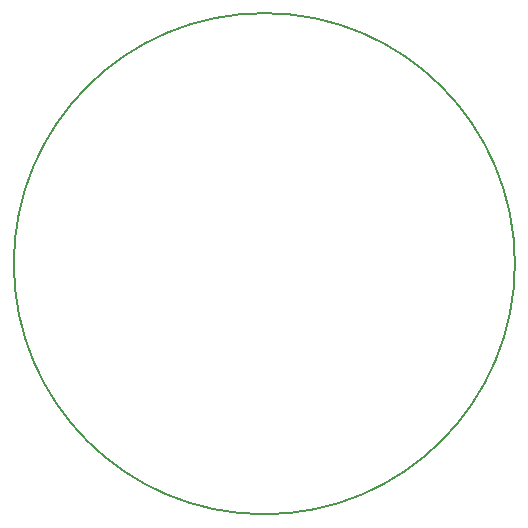
<source format=gm1>
G04 #@! TF.FileFunction,Profile,NP*
%FSLAX46Y46*%
G04 Gerber Fmt 4.6, Leading zero omitted, Abs format (unit mm)*
G04 Created by KiCad (PCBNEW 4.0.7) date 07/17/18 18:45:14*
%MOMM*%
%LPD*%
G01*
G04 APERTURE LIST*
%ADD10C,0.100000*%
%ADD11C,0.200000*%
G04 APERTURE END LIST*
D10*
D11*
X121213203Y-100000000D02*
G75*
G03X121213203Y-100000000I-21213203J0D01*
G01*
M02*

</source>
